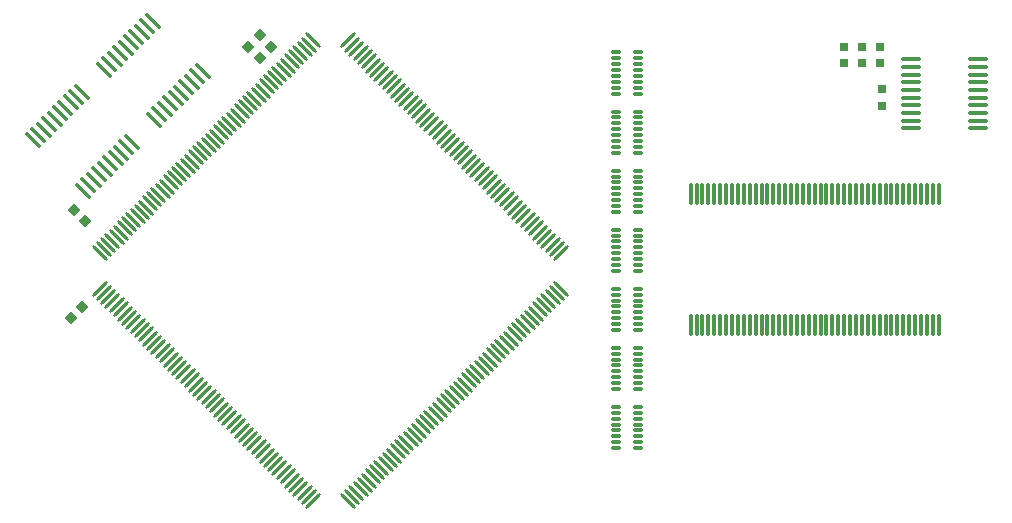
<source format=gtp>
%FSLAX44Y44*%
%MOMM*%
G71*
G01*
G75*
G04 Layer_Color=8421504*
%ADD10O,1.7000X0.3500*%
%ADD11R,0.7620X0.7620*%
%ADD12O,1.0000X0.3000*%
%ADD13P,1.0776X4X180.0*%
G04:AMPARAMS|DCode=14|XSize=0.35mm|YSize=1.8mm|CornerRadius=0mm|HoleSize=0mm|Usage=FLASHONLY|Rotation=225.000|XOffset=0mm|YOffset=0mm|HoleType=Round|Shape=Round|*
%AMOVALD14*
21,1,1.4500,0.3500,0.0000,0.0000,315.0*
1,1,0.3500,-0.5127,0.5127*
1,1,0.3500,0.5127,-0.5127*
%
%ADD14OVALD14*%

G04:AMPARAMS|DCode=15|XSize=0.3mm|YSize=1.8mm|CornerRadius=0mm|HoleSize=0mm|Usage=FLASHONLY|Rotation=135.000|XOffset=0mm|YOffset=0mm|HoleType=Round|Shape=Round|*
%AMOVALD15*
21,1,1.5000,0.3000,0.0000,0.0000,225.0*
1,1,0.3000,0.5303,0.5303*
1,1,0.3000,-0.5303,-0.5303*
%
%ADD15OVALD15*%

G04:AMPARAMS|DCode=16|XSize=0.3mm|YSize=1.8mm|CornerRadius=0mm|HoleSize=0mm|Usage=FLASHONLY|Rotation=45.000|XOffset=0mm|YOffset=0mm|HoleType=Round|Shape=Round|*
%AMOVALD16*
21,1,1.5000,0.3000,0.0000,0.0000,135.0*
1,1,0.3000,0.5303,-0.5303*
1,1,0.3000,-0.5303,0.5303*
%
%ADD16OVALD16*%

%ADD17P,1.0776X4X90.0*%
%ADD18O,0.3000X1.9000*%
%ADD19C,0.2000*%
%ADD20C,0.3000*%
%ADD21R,2.1650X2.4540*%
%ADD22R,2.4665X2.5737*%
%ADD23R,2.1110X2.7620*%
%ADD24R,2.0555X2.7112*%
%ADD25C,1.5240*%
%ADD26C,6.3500*%
%ADD27C,1.7780*%
%ADD28R,1.7780X1.7780*%
%ADD29R,1.5240X1.5240*%
%ADD30R,1.7780X1.7780*%
%ADD31C,0.5000*%
%ADD32C,0.6600*%
%ADD33R,1.5000X1.3000*%
G04:AMPARAMS|DCode=34|XSize=0.7mm|YSize=2.1mm|CornerRadius=0mm|HoleSize=0mm|Usage=FLASHONLY|Rotation=135.000|XOffset=0mm|YOffset=0mm|HoleType=Round|Shape=Round|*
%AMOVALD34*
21,1,1.4000,0.7000,0.0000,0.0000,225.0*
1,1,0.7000,0.4950,0.4950*
1,1,0.7000,-0.4950,-0.4950*
%
%ADD34OVALD34*%

%ADD35R,0.7620X0.7620*%
G04:AMPARAMS|DCode=36|XSize=1.016mm|YSize=1.27mm|CornerRadius=0mm|HoleSize=0mm|Usage=FLASHONLY|Rotation=225.000|XOffset=0mm|YOffset=0mm|HoleType=Round|Shape=Rectangle|*
%AMROTATEDRECTD36*
4,1,4,-0.0898,0.8082,0.8082,-0.0898,0.0898,-0.8082,-0.8082,0.0898,-0.0898,0.8082,0.0*
%
%ADD36ROTATEDRECTD36*%

G04:AMPARAMS|DCode=37|XSize=1.3mm|YSize=2mm|CornerRadius=0mm|HoleSize=0mm|Usage=FLASHONLY|Rotation=315.000|XOffset=0mm|YOffset=0mm|HoleType=Round|Shape=Rectangle|*
%AMROTATEDRECTD37*
4,1,4,-1.1667,-0.2475,0.2475,1.1667,1.1667,0.2475,-0.2475,-1.1667,-1.1667,-0.2475,0.0*
%
%ADD37ROTATEDRECTD37*%

G04:AMPARAMS|DCode=38|XSize=1.3mm|YSize=2mm|CornerRadius=0mm|HoleSize=0mm|Usage=FLASHONLY|Rotation=315.000|XOffset=0mm|YOffset=0mm|HoleType=Round|Shape=Round|*
%AMOVALD38*
21,1,0.7000,1.3000,0.0000,0.0000,45.0*
1,1,1.3000,-0.2475,-0.2475*
1,1,1.3000,0.2475,0.2475*
%
%ADD38OVALD38*%

%ADD39R,1.6500X2.3000*%
%ADD40O,0.8000X0.3000*%
%ADD41O,0.3000X0.8000*%
%ADD42R,1.6000X1.6000*%
%ADD43R,1.2700X1.0160*%
G04:AMPARAMS|DCode=44|XSize=1.016mm|YSize=1.27mm|CornerRadius=0mm|HoleSize=0mm|Usage=FLASHONLY|Rotation=135.000|XOffset=0mm|YOffset=0mm|HoleType=Round|Shape=Rectangle|*
%AMROTATEDRECTD44*
4,1,4,0.8082,0.0898,-0.0898,-0.8082,-0.8082,-0.0898,0.0898,0.8082,0.8082,0.0898,0.0*
%
%ADD44ROTATEDRECTD44*%

%ADD45R,1.0160X1.2700*%
%ADD46R,1.3000X1.5000*%
%ADD47C,0.4000*%
%ADD48C,2.0000*%
%ADD49C,0.1270*%
%ADD50C,0.6000*%
%ADD51C,0.2500*%
%ADD52C,0.2540*%
%ADD53C,0.1500*%
%ADD54C,0.5000*%
D10*
X1091500Y429250D02*
D03*
X1091500Y422750D02*
D03*
X1091500Y416250D02*
D03*
X1091500Y409750D02*
D03*
Y403250D02*
D03*
Y396750D02*
D03*
Y390250D02*
D03*
X1091500Y383750D02*
D03*
X1091500Y377250D02*
D03*
X1091500Y370750D02*
D03*
X1148500Y429250D02*
D03*
X1148500Y422750D02*
D03*
X1148500Y416250D02*
D03*
X1148500Y409750D02*
D03*
Y403250D02*
D03*
Y396750D02*
D03*
Y390250D02*
D03*
X1148500Y383750D02*
D03*
X1148500Y377250D02*
D03*
X1148500Y370750D02*
D03*
D11*
X1067000Y390000D02*
D03*
Y403970D02*
D03*
X1065127Y425983D02*
D03*
Y439953D02*
D03*
X1050127Y425983D02*
D03*
Y439953D02*
D03*
X1035127Y425983D02*
D03*
Y439953D02*
D03*
D12*
X860000Y100000D02*
D03*
Y105000D02*
D03*
Y110000D02*
D03*
Y115000D02*
D03*
Y120000D02*
D03*
Y125000D02*
D03*
Y130000D02*
D03*
Y135000D02*
D03*
X842194D02*
D03*
Y130000D02*
D03*
Y125000D02*
D03*
Y120000D02*
D03*
Y115000D02*
D03*
Y110000D02*
D03*
Y105000D02*
D03*
Y100000D02*
D03*
X860000Y150000D02*
D03*
Y155000D02*
D03*
Y160000D02*
D03*
Y165000D02*
D03*
Y170000D02*
D03*
Y175000D02*
D03*
Y180000D02*
D03*
Y185000D02*
D03*
X842194D02*
D03*
Y180000D02*
D03*
Y175000D02*
D03*
Y170000D02*
D03*
Y165000D02*
D03*
Y160000D02*
D03*
Y155000D02*
D03*
Y150000D02*
D03*
X860000Y200000D02*
D03*
Y205000D02*
D03*
Y210000D02*
D03*
Y215000D02*
D03*
Y220000D02*
D03*
Y225000D02*
D03*
Y230000D02*
D03*
Y235000D02*
D03*
X842194D02*
D03*
Y230000D02*
D03*
Y225000D02*
D03*
Y220000D02*
D03*
Y215000D02*
D03*
Y210000D02*
D03*
Y205000D02*
D03*
Y200000D02*
D03*
X860000Y250000D02*
D03*
Y255000D02*
D03*
Y260000D02*
D03*
Y265000D02*
D03*
Y270000D02*
D03*
Y275000D02*
D03*
Y280000D02*
D03*
Y285000D02*
D03*
X842194D02*
D03*
Y280000D02*
D03*
Y275000D02*
D03*
Y270000D02*
D03*
Y265000D02*
D03*
Y260000D02*
D03*
Y255000D02*
D03*
Y250000D02*
D03*
X860000Y400000D02*
D03*
Y405000D02*
D03*
Y410000D02*
D03*
Y415000D02*
D03*
Y420000D02*
D03*
Y425000D02*
D03*
Y430000D02*
D03*
Y435000D02*
D03*
X842194D02*
D03*
Y430000D02*
D03*
Y425000D02*
D03*
Y420000D02*
D03*
Y415000D02*
D03*
Y410000D02*
D03*
Y405000D02*
D03*
Y400000D02*
D03*
X860000Y300000D02*
D03*
Y305000D02*
D03*
Y310000D02*
D03*
Y315000D02*
D03*
Y320000D02*
D03*
Y325000D02*
D03*
Y330000D02*
D03*
Y335000D02*
D03*
X842194D02*
D03*
Y330000D02*
D03*
Y325000D02*
D03*
Y320000D02*
D03*
Y315000D02*
D03*
Y310000D02*
D03*
Y305000D02*
D03*
Y300000D02*
D03*
X860000Y350000D02*
D03*
Y355000D02*
D03*
Y360000D02*
D03*
Y365000D02*
D03*
Y370000D02*
D03*
Y375000D02*
D03*
Y380000D02*
D03*
Y385000D02*
D03*
X842194D02*
D03*
Y380000D02*
D03*
Y375000D02*
D03*
Y370000D02*
D03*
Y365000D02*
D03*
Y360000D02*
D03*
Y355000D02*
D03*
Y350000D02*
D03*
D13*
X530122Y439878D02*
D03*
X540000Y430000D02*
D03*
X540122Y449878D02*
D03*
X550000Y440000D02*
D03*
X382659Y301878D02*
D03*
X392537Y292000D02*
D03*
D14*
X449470Y461896D02*
D03*
X444874Y457300D02*
D03*
X440277Y452704D02*
D03*
X435681Y448107D02*
D03*
X431085Y443511D02*
D03*
X426489Y438915D02*
D03*
X421893Y434319D02*
D03*
X417296Y429723D02*
D03*
X412700Y425126D02*
D03*
X408104Y420530D02*
D03*
X491896Y419470D02*
D03*
X487300Y414874D02*
D03*
X482704Y410277D02*
D03*
X478107Y405681D02*
D03*
X473511Y401085D02*
D03*
X468915Y396489D02*
D03*
X464319Y391893D02*
D03*
X459723Y387296D02*
D03*
X455126Y382700D02*
D03*
X450530Y378104D02*
D03*
X389470Y401896D02*
D03*
X384874Y397300D02*
D03*
X380277Y392704D02*
D03*
X375681Y388107D02*
D03*
X371085Y383511D02*
D03*
X366489Y378915D02*
D03*
X361893Y374319D02*
D03*
X357296Y369723D02*
D03*
X352700Y365126D02*
D03*
X348104Y360530D02*
D03*
X431896Y359470D02*
D03*
X427300Y354874D02*
D03*
X422704Y350277D02*
D03*
X418107Y345681D02*
D03*
X413511Y341085D02*
D03*
X408915Y336489D02*
D03*
X404319Y331893D02*
D03*
X399723Y327296D02*
D03*
X395126Y322700D02*
D03*
X390530Y318104D02*
D03*
D15*
X404838Y235151D02*
D03*
X408374Y231615D02*
D03*
X411910Y228080D02*
D03*
X415445Y224544D02*
D03*
X418981Y221009D02*
D03*
X422516Y217473D02*
D03*
X426052Y213938D02*
D03*
X429587Y210402D02*
D03*
X433123Y206866D02*
D03*
X436658Y203331D02*
D03*
X440194Y199795D02*
D03*
X443729Y196260D02*
D03*
X447265Y192724D02*
D03*
X450801Y189189D02*
D03*
X454336Y185653D02*
D03*
X457872Y182118D02*
D03*
X461407Y178582D02*
D03*
X464943Y175047D02*
D03*
X468478Y171511D02*
D03*
X472014Y167976D02*
D03*
X475549Y164440D02*
D03*
X479085Y160905D02*
D03*
X482620Y157369D02*
D03*
X486156Y153834D02*
D03*
X489691Y150298D02*
D03*
X493227Y146762D02*
D03*
X496762Y143227D02*
D03*
X500298Y139691D02*
D03*
X503834Y136156D02*
D03*
X507369Y132620D02*
D03*
X510905Y129085D02*
D03*
X514440Y125549D02*
D03*
X517976Y122014D02*
D03*
X521511Y118478D02*
D03*
X525047Y114943D02*
D03*
X528582Y111407D02*
D03*
X532118Y107872D02*
D03*
X535653Y104336D02*
D03*
X539189Y100801D02*
D03*
X542724Y97265D02*
D03*
X546260Y93729D02*
D03*
X549795Y90194D02*
D03*
X553331Y86658D02*
D03*
X556866Y83123D02*
D03*
X560402Y79587D02*
D03*
X563938Y76052D02*
D03*
X567473Y72516D02*
D03*
X571009Y68981D02*
D03*
X574544Y65445D02*
D03*
X578080Y61910D02*
D03*
X581615Y58374D02*
D03*
X585151Y54839D02*
D03*
X795162Y264849D02*
D03*
X791626Y268385D02*
D03*
X788090Y271920D02*
D03*
X784555Y275456D02*
D03*
X781019Y278991D02*
D03*
X777484Y282527D02*
D03*
X773948Y286063D02*
D03*
X770413Y289598D02*
D03*
X766877Y293134D02*
D03*
X763342Y296669D02*
D03*
X759806Y300205D02*
D03*
X756271Y303740D02*
D03*
X752735Y307276D02*
D03*
X749200Y310811D02*
D03*
X745664Y314347D02*
D03*
X742129Y317882D02*
D03*
X738593Y321418D02*
D03*
X735057Y324953D02*
D03*
X731522Y328489D02*
D03*
X727986Y332024D02*
D03*
X724451Y335560D02*
D03*
X720915Y339095D02*
D03*
X717380Y342631D02*
D03*
X713844Y346166D02*
D03*
X710309Y349702D02*
D03*
X706773Y353238D02*
D03*
X703238Y356773D02*
D03*
X699702Y360309D02*
D03*
X696167Y363844D02*
D03*
X692631Y367380D02*
D03*
X689095Y370915D02*
D03*
X685560Y374451D02*
D03*
X682024Y377986D02*
D03*
X678489Y381522D02*
D03*
X674953Y385057D02*
D03*
X671418Y388593D02*
D03*
X667882Y392128D02*
D03*
X664347Y395664D02*
D03*
X660811Y399200D02*
D03*
X657276Y402735D02*
D03*
X653740Y406271D02*
D03*
X650205Y409806D02*
D03*
X646669Y413342D02*
D03*
X643133Y416877D02*
D03*
X639598Y420413D02*
D03*
X636062Y423948D02*
D03*
X632527Y427484D02*
D03*
X628991Y431019D02*
D03*
X625456Y434555D02*
D03*
X621920Y438090D02*
D03*
X618385Y441626D02*
D03*
X614849Y445162D02*
D03*
D16*
Y54839D02*
D03*
X618385Y58374D02*
D03*
X621920Y61910D02*
D03*
X625456Y65445D02*
D03*
X628991Y68981D02*
D03*
X632527Y72516D02*
D03*
X636062Y76052D02*
D03*
X639598Y79587D02*
D03*
X643133Y83123D02*
D03*
X646669Y86658D02*
D03*
X650205Y90194D02*
D03*
X653740Y93729D02*
D03*
X657276Y97265D02*
D03*
X660811Y100801D02*
D03*
X664347Y104336D02*
D03*
X667882Y107872D02*
D03*
X671418Y111407D02*
D03*
X674953Y114943D02*
D03*
X678489Y118478D02*
D03*
X682024Y122014D02*
D03*
X685560Y125549D02*
D03*
X689095Y129085D02*
D03*
X692631Y132620D02*
D03*
X696167Y136156D02*
D03*
X699702Y139691D02*
D03*
X703238Y143227D02*
D03*
X706773Y146762D02*
D03*
X710309Y150298D02*
D03*
X713844Y153834D02*
D03*
X717380Y157369D02*
D03*
X720915Y160905D02*
D03*
X724451Y164440D02*
D03*
X727986Y167976D02*
D03*
X731522Y171511D02*
D03*
X735057Y175047D02*
D03*
X738593Y178582D02*
D03*
X742129Y182118D02*
D03*
X745664Y185653D02*
D03*
X749200Y189189D02*
D03*
X752735Y192724D02*
D03*
X756271Y196260D02*
D03*
X759806Y199795D02*
D03*
X763342Y203331D02*
D03*
X766877Y206866D02*
D03*
X770413Y210402D02*
D03*
X773948Y213938D02*
D03*
X777484Y217473D02*
D03*
X781019Y221009D02*
D03*
X784555Y224544D02*
D03*
X788090Y228080D02*
D03*
X791626Y231615D02*
D03*
X795162Y235151D02*
D03*
X585151Y445162D02*
D03*
X581615Y441626D02*
D03*
X578080Y438090D02*
D03*
X574544Y434555D02*
D03*
X571009Y431019D02*
D03*
X567473Y427484D02*
D03*
X563938Y423948D02*
D03*
X560402Y420413D02*
D03*
X556866Y416877D02*
D03*
X553331Y413342D02*
D03*
X549795Y409806D02*
D03*
X546260Y406271D02*
D03*
X542724Y402735D02*
D03*
X539189Y399200D02*
D03*
X535653Y395664D02*
D03*
X532118Y392128D02*
D03*
X528582Y388593D02*
D03*
X525047Y385057D02*
D03*
X521511Y381522D02*
D03*
X517976Y377986D02*
D03*
X514440Y374451D02*
D03*
X510905Y370915D02*
D03*
X507369Y367380D02*
D03*
X503834Y363844D02*
D03*
X500298Y360309D02*
D03*
X496762Y356773D02*
D03*
X493227Y353238D02*
D03*
X489691Y349702D02*
D03*
X486156Y346166D02*
D03*
X482620Y342631D02*
D03*
X479085Y339095D02*
D03*
X475549Y335560D02*
D03*
X472014Y332024D02*
D03*
X468478Y328489D02*
D03*
X464943Y324953D02*
D03*
X461407Y321418D02*
D03*
X457872Y317882D02*
D03*
X454336Y314347D02*
D03*
X450801Y310811D02*
D03*
X447265Y307276D02*
D03*
X443729Y303740D02*
D03*
X440194Y300205D02*
D03*
X436658Y296669D02*
D03*
X433123Y293134D02*
D03*
X429587Y289598D02*
D03*
X426052Y286063D02*
D03*
X422516Y282527D02*
D03*
X418981Y278991D02*
D03*
X415445Y275456D02*
D03*
X411910Y271920D02*
D03*
X408374Y268385D02*
D03*
X404838Y264849D02*
D03*
D17*
X389878Y219878D02*
D03*
X380000Y210000D02*
D03*
D18*
X1115000Y315500D02*
D03*
X1110000Y315500D02*
D03*
X1105000D02*
D03*
X1100000D02*
D03*
X1095000D02*
D03*
X1090000D02*
D03*
X1085000Y315500D02*
D03*
X1080000Y315500D02*
D03*
X1075000D02*
D03*
X1070000D02*
D03*
X1065000D02*
D03*
X1060000D02*
D03*
X1055000D02*
D03*
X1050000D02*
D03*
X1045000D02*
D03*
X1040000D02*
D03*
X1035000D02*
D03*
X1030000D02*
D03*
X1025000Y315500D02*
D03*
X1020000D02*
D03*
X1015000D02*
D03*
X1010000Y315500D02*
D03*
X1005000D02*
D03*
X1000000D02*
D03*
X995000D02*
D03*
X990000D02*
D03*
X985000Y315500D02*
D03*
X980000D02*
D03*
X975000D02*
D03*
X970000Y315500D02*
D03*
X965000D02*
D03*
X960000D02*
D03*
X955000D02*
D03*
X950000D02*
D03*
X945000D02*
D03*
X940000D02*
D03*
X935000D02*
D03*
X930000D02*
D03*
X925000D02*
D03*
X920000D02*
D03*
X915000Y315500D02*
D03*
X910000Y315500D02*
D03*
X905000D02*
D03*
X1115000Y204500D02*
D03*
X1110000D02*
D03*
X1105000D02*
D03*
X1100000D02*
D03*
X1095000D02*
D03*
X1090000D02*
D03*
X1085000D02*
D03*
X1080000D02*
D03*
X1075000Y204500D02*
D03*
X1070000D02*
D03*
X1065000D02*
D03*
X1060000Y204500D02*
D03*
X1055000D02*
D03*
X1050000D02*
D03*
X1045000D02*
D03*
X1040000D02*
D03*
X1035000Y204500D02*
D03*
X1030000D02*
D03*
X1025000Y204500D02*
D03*
X1020000D02*
D03*
X1015000D02*
D03*
X1010000D02*
D03*
X1005000D02*
D03*
X1000000D02*
D03*
X995000D02*
D03*
X990000D02*
D03*
X985000D02*
D03*
X980000D02*
D03*
X975000D02*
D03*
X970000Y204500D02*
D03*
X965000D02*
D03*
X960000Y204500D02*
D03*
X955000D02*
D03*
X950000D02*
D03*
X945000D02*
D03*
X940000D02*
D03*
X935000Y204500D02*
D03*
X930000D02*
D03*
X925000D02*
D03*
X920000Y204500D02*
D03*
X915000D02*
D03*
X910000D02*
D03*
X905000D02*
D03*
M02*

</source>
